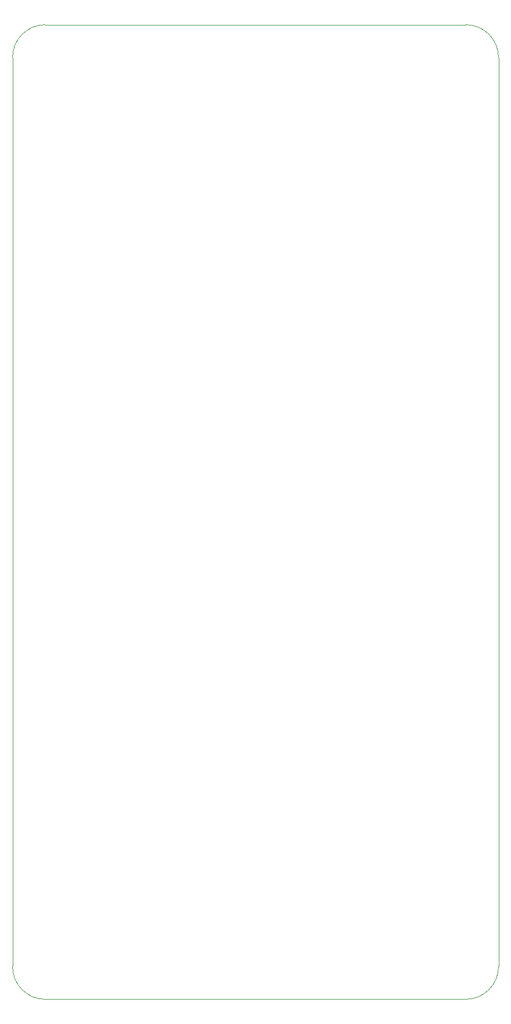
<source format=gm1>
G04 #@! TF.GenerationSoftware,KiCad,Pcbnew,7.0.7*
G04 #@! TF.CreationDate,2023-11-03T00:41:13-04:00*
G04 #@! TF.ProjectId,SeniorDesign,53656e69-6f72-4446-9573-69676e2e6b69,rev?*
G04 #@! TF.SameCoordinates,Original*
G04 #@! TF.FileFunction,Profile,NP*
%FSLAX46Y46*%
G04 Gerber Fmt 4.6, Leading zero omitted, Abs format (unit mm)*
G04 Created by KiCad (PCBNEW 7.0.7) date 2023-11-03 00:41:13*
%MOMM*%
%LPD*%
G01*
G04 APERTURE LIST*
G04 #@! TA.AperFunction,Profile*
%ADD10C,0.100000*%
G04 #@! TD*
G04 APERTURE END LIST*
D10*
X19750000Y-24000000D02*
X19750000Y-162750000D01*
X24750000Y-19000000D02*
G75*
G03*
X19750000Y-24000000I0J-5000000D01*
G01*
X24750000Y-167750000D02*
X89000000Y-167750000D01*
X19750000Y-162750000D02*
G75*
G03*
X24750000Y-167750000I5000000J0D01*
G01*
X94000000Y-24000000D02*
G75*
G03*
X89000000Y-19000000I-5000000J0D01*
G01*
X89000000Y-167750000D02*
G75*
G03*
X94000000Y-162750000I0J5000000D01*
G01*
X24750000Y-19000000D02*
X89000000Y-19000000D01*
X94000000Y-24000000D02*
X94000000Y-162750000D01*
M02*

</source>
